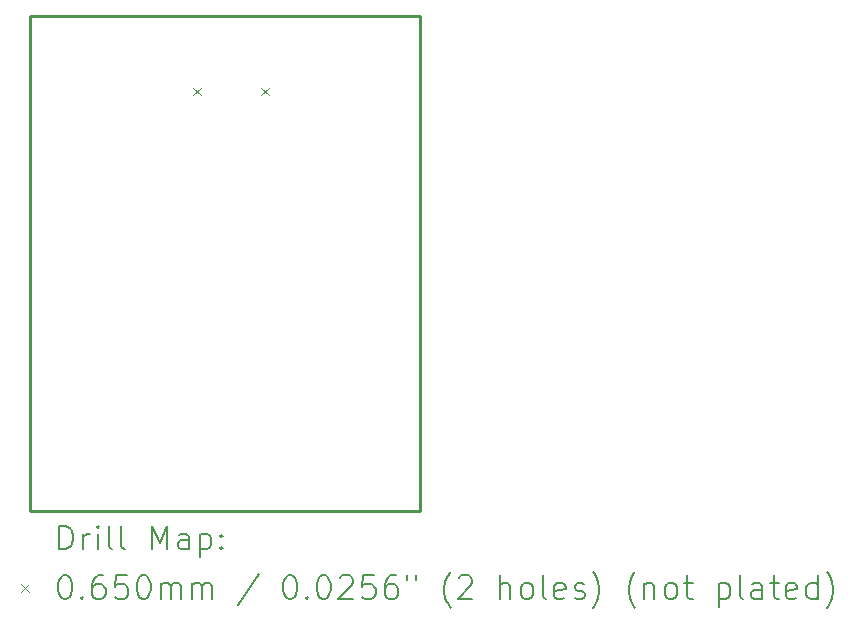
<source format=gbr>
%TF.GenerationSoftware,KiCad,Pcbnew,9.0.4*%
%TF.CreationDate,2025-09-11T17:12:07+01:00*%
%TF.ProjectId,OE PyBoard,4f452050-7942-46f6-9172-642e6b696361,rev?*%
%TF.SameCoordinates,Original*%
%TF.FileFunction,Drillmap*%
%TF.FilePolarity,Positive*%
%FSLAX45Y45*%
G04 Gerber Fmt 4.5, Leading zero omitted, Abs format (unit mm)*
G04 Created by KiCad (PCBNEW 9.0.4) date 2025-09-11 17:12:07*
%MOMM*%
%LPD*%
G01*
G04 APERTURE LIST*
%ADD10C,0.230000*%
%ADD11C,0.200000*%
%ADD12C,0.100000*%
G04 APERTURE END LIST*
D10*
X12573000Y-9423200D02*
X15875000Y-9423200D01*
X15875000Y-13614200D01*
X12573000Y-13614200D01*
X12573000Y-9423200D01*
D11*
D12*
X13953300Y-10028600D02*
X14018300Y-10093600D01*
X14018300Y-10028600D02*
X13953300Y-10093600D01*
X14531300Y-10028600D02*
X14596300Y-10093600D01*
X14596300Y-10028600D02*
X14531300Y-10093600D01*
D11*
X12822277Y-13937184D02*
X12822277Y-13737184D01*
X12822277Y-13737184D02*
X12869896Y-13737184D01*
X12869896Y-13737184D02*
X12898467Y-13746708D01*
X12898467Y-13746708D02*
X12917515Y-13765755D01*
X12917515Y-13765755D02*
X12927039Y-13784803D01*
X12927039Y-13784803D02*
X12936562Y-13822898D01*
X12936562Y-13822898D02*
X12936562Y-13851469D01*
X12936562Y-13851469D02*
X12927039Y-13889565D01*
X12927039Y-13889565D02*
X12917515Y-13908612D01*
X12917515Y-13908612D02*
X12898467Y-13927660D01*
X12898467Y-13927660D02*
X12869896Y-13937184D01*
X12869896Y-13937184D02*
X12822277Y-13937184D01*
X13022277Y-13937184D02*
X13022277Y-13803850D01*
X13022277Y-13841946D02*
X13031801Y-13822898D01*
X13031801Y-13822898D02*
X13041324Y-13813374D01*
X13041324Y-13813374D02*
X13060372Y-13803850D01*
X13060372Y-13803850D02*
X13079420Y-13803850D01*
X13146086Y-13937184D02*
X13146086Y-13803850D01*
X13146086Y-13737184D02*
X13136562Y-13746708D01*
X13136562Y-13746708D02*
X13146086Y-13756231D01*
X13146086Y-13756231D02*
X13155610Y-13746708D01*
X13155610Y-13746708D02*
X13146086Y-13737184D01*
X13146086Y-13737184D02*
X13146086Y-13756231D01*
X13269896Y-13937184D02*
X13250848Y-13927660D01*
X13250848Y-13927660D02*
X13241324Y-13908612D01*
X13241324Y-13908612D02*
X13241324Y-13737184D01*
X13374658Y-13937184D02*
X13355610Y-13927660D01*
X13355610Y-13927660D02*
X13346086Y-13908612D01*
X13346086Y-13908612D02*
X13346086Y-13737184D01*
X13603229Y-13937184D02*
X13603229Y-13737184D01*
X13603229Y-13737184D02*
X13669896Y-13880041D01*
X13669896Y-13880041D02*
X13736562Y-13737184D01*
X13736562Y-13737184D02*
X13736562Y-13937184D01*
X13917515Y-13937184D02*
X13917515Y-13832422D01*
X13917515Y-13832422D02*
X13907991Y-13813374D01*
X13907991Y-13813374D02*
X13888943Y-13803850D01*
X13888943Y-13803850D02*
X13850848Y-13803850D01*
X13850848Y-13803850D02*
X13831801Y-13813374D01*
X13917515Y-13927660D02*
X13898467Y-13937184D01*
X13898467Y-13937184D02*
X13850848Y-13937184D01*
X13850848Y-13937184D02*
X13831801Y-13927660D01*
X13831801Y-13927660D02*
X13822277Y-13908612D01*
X13822277Y-13908612D02*
X13822277Y-13889565D01*
X13822277Y-13889565D02*
X13831801Y-13870517D01*
X13831801Y-13870517D02*
X13850848Y-13860993D01*
X13850848Y-13860993D02*
X13898467Y-13860993D01*
X13898467Y-13860993D02*
X13917515Y-13851469D01*
X14012753Y-13803850D02*
X14012753Y-14003850D01*
X14012753Y-13813374D02*
X14031801Y-13803850D01*
X14031801Y-13803850D02*
X14069896Y-13803850D01*
X14069896Y-13803850D02*
X14088943Y-13813374D01*
X14088943Y-13813374D02*
X14098467Y-13822898D01*
X14098467Y-13822898D02*
X14107991Y-13841946D01*
X14107991Y-13841946D02*
X14107991Y-13899088D01*
X14107991Y-13899088D02*
X14098467Y-13918136D01*
X14098467Y-13918136D02*
X14088943Y-13927660D01*
X14088943Y-13927660D02*
X14069896Y-13937184D01*
X14069896Y-13937184D02*
X14031801Y-13937184D01*
X14031801Y-13937184D02*
X14012753Y-13927660D01*
X14193705Y-13918136D02*
X14203229Y-13927660D01*
X14203229Y-13927660D02*
X14193705Y-13937184D01*
X14193705Y-13937184D02*
X14184182Y-13927660D01*
X14184182Y-13927660D02*
X14193705Y-13918136D01*
X14193705Y-13918136D02*
X14193705Y-13937184D01*
X14193705Y-13813374D02*
X14203229Y-13822898D01*
X14203229Y-13822898D02*
X14193705Y-13832422D01*
X14193705Y-13832422D02*
X14184182Y-13822898D01*
X14184182Y-13822898D02*
X14193705Y-13813374D01*
X14193705Y-13813374D02*
X14193705Y-13832422D01*
D12*
X12496500Y-14233200D02*
X12561500Y-14298200D01*
X12561500Y-14233200D02*
X12496500Y-14298200D01*
D11*
X12860372Y-14157184D02*
X12879420Y-14157184D01*
X12879420Y-14157184D02*
X12898467Y-14166708D01*
X12898467Y-14166708D02*
X12907991Y-14176231D01*
X12907991Y-14176231D02*
X12917515Y-14195279D01*
X12917515Y-14195279D02*
X12927039Y-14233374D01*
X12927039Y-14233374D02*
X12927039Y-14280993D01*
X12927039Y-14280993D02*
X12917515Y-14319088D01*
X12917515Y-14319088D02*
X12907991Y-14338136D01*
X12907991Y-14338136D02*
X12898467Y-14347660D01*
X12898467Y-14347660D02*
X12879420Y-14357184D01*
X12879420Y-14357184D02*
X12860372Y-14357184D01*
X12860372Y-14357184D02*
X12841324Y-14347660D01*
X12841324Y-14347660D02*
X12831801Y-14338136D01*
X12831801Y-14338136D02*
X12822277Y-14319088D01*
X12822277Y-14319088D02*
X12812753Y-14280993D01*
X12812753Y-14280993D02*
X12812753Y-14233374D01*
X12812753Y-14233374D02*
X12822277Y-14195279D01*
X12822277Y-14195279D02*
X12831801Y-14176231D01*
X12831801Y-14176231D02*
X12841324Y-14166708D01*
X12841324Y-14166708D02*
X12860372Y-14157184D01*
X13012753Y-14338136D02*
X13022277Y-14347660D01*
X13022277Y-14347660D02*
X13012753Y-14357184D01*
X13012753Y-14357184D02*
X13003229Y-14347660D01*
X13003229Y-14347660D02*
X13012753Y-14338136D01*
X13012753Y-14338136D02*
X13012753Y-14357184D01*
X13193705Y-14157184D02*
X13155610Y-14157184D01*
X13155610Y-14157184D02*
X13136562Y-14166708D01*
X13136562Y-14166708D02*
X13127039Y-14176231D01*
X13127039Y-14176231D02*
X13107991Y-14204803D01*
X13107991Y-14204803D02*
X13098467Y-14242898D01*
X13098467Y-14242898D02*
X13098467Y-14319088D01*
X13098467Y-14319088D02*
X13107991Y-14338136D01*
X13107991Y-14338136D02*
X13117515Y-14347660D01*
X13117515Y-14347660D02*
X13136562Y-14357184D01*
X13136562Y-14357184D02*
X13174658Y-14357184D01*
X13174658Y-14357184D02*
X13193705Y-14347660D01*
X13193705Y-14347660D02*
X13203229Y-14338136D01*
X13203229Y-14338136D02*
X13212753Y-14319088D01*
X13212753Y-14319088D02*
X13212753Y-14271469D01*
X13212753Y-14271469D02*
X13203229Y-14252422D01*
X13203229Y-14252422D02*
X13193705Y-14242898D01*
X13193705Y-14242898D02*
X13174658Y-14233374D01*
X13174658Y-14233374D02*
X13136562Y-14233374D01*
X13136562Y-14233374D02*
X13117515Y-14242898D01*
X13117515Y-14242898D02*
X13107991Y-14252422D01*
X13107991Y-14252422D02*
X13098467Y-14271469D01*
X13393705Y-14157184D02*
X13298467Y-14157184D01*
X13298467Y-14157184D02*
X13288943Y-14252422D01*
X13288943Y-14252422D02*
X13298467Y-14242898D01*
X13298467Y-14242898D02*
X13317515Y-14233374D01*
X13317515Y-14233374D02*
X13365134Y-14233374D01*
X13365134Y-14233374D02*
X13384182Y-14242898D01*
X13384182Y-14242898D02*
X13393705Y-14252422D01*
X13393705Y-14252422D02*
X13403229Y-14271469D01*
X13403229Y-14271469D02*
X13403229Y-14319088D01*
X13403229Y-14319088D02*
X13393705Y-14338136D01*
X13393705Y-14338136D02*
X13384182Y-14347660D01*
X13384182Y-14347660D02*
X13365134Y-14357184D01*
X13365134Y-14357184D02*
X13317515Y-14357184D01*
X13317515Y-14357184D02*
X13298467Y-14347660D01*
X13298467Y-14347660D02*
X13288943Y-14338136D01*
X13527039Y-14157184D02*
X13546086Y-14157184D01*
X13546086Y-14157184D02*
X13565134Y-14166708D01*
X13565134Y-14166708D02*
X13574658Y-14176231D01*
X13574658Y-14176231D02*
X13584182Y-14195279D01*
X13584182Y-14195279D02*
X13593705Y-14233374D01*
X13593705Y-14233374D02*
X13593705Y-14280993D01*
X13593705Y-14280993D02*
X13584182Y-14319088D01*
X13584182Y-14319088D02*
X13574658Y-14338136D01*
X13574658Y-14338136D02*
X13565134Y-14347660D01*
X13565134Y-14347660D02*
X13546086Y-14357184D01*
X13546086Y-14357184D02*
X13527039Y-14357184D01*
X13527039Y-14357184D02*
X13507991Y-14347660D01*
X13507991Y-14347660D02*
X13498467Y-14338136D01*
X13498467Y-14338136D02*
X13488943Y-14319088D01*
X13488943Y-14319088D02*
X13479420Y-14280993D01*
X13479420Y-14280993D02*
X13479420Y-14233374D01*
X13479420Y-14233374D02*
X13488943Y-14195279D01*
X13488943Y-14195279D02*
X13498467Y-14176231D01*
X13498467Y-14176231D02*
X13507991Y-14166708D01*
X13507991Y-14166708D02*
X13527039Y-14157184D01*
X13679420Y-14357184D02*
X13679420Y-14223850D01*
X13679420Y-14242898D02*
X13688943Y-14233374D01*
X13688943Y-14233374D02*
X13707991Y-14223850D01*
X13707991Y-14223850D02*
X13736563Y-14223850D01*
X13736563Y-14223850D02*
X13755610Y-14233374D01*
X13755610Y-14233374D02*
X13765134Y-14252422D01*
X13765134Y-14252422D02*
X13765134Y-14357184D01*
X13765134Y-14252422D02*
X13774658Y-14233374D01*
X13774658Y-14233374D02*
X13793705Y-14223850D01*
X13793705Y-14223850D02*
X13822277Y-14223850D01*
X13822277Y-14223850D02*
X13841324Y-14233374D01*
X13841324Y-14233374D02*
X13850848Y-14252422D01*
X13850848Y-14252422D02*
X13850848Y-14357184D01*
X13946086Y-14357184D02*
X13946086Y-14223850D01*
X13946086Y-14242898D02*
X13955610Y-14233374D01*
X13955610Y-14233374D02*
X13974658Y-14223850D01*
X13974658Y-14223850D02*
X14003229Y-14223850D01*
X14003229Y-14223850D02*
X14022277Y-14233374D01*
X14022277Y-14233374D02*
X14031801Y-14252422D01*
X14031801Y-14252422D02*
X14031801Y-14357184D01*
X14031801Y-14252422D02*
X14041324Y-14233374D01*
X14041324Y-14233374D02*
X14060372Y-14223850D01*
X14060372Y-14223850D02*
X14088943Y-14223850D01*
X14088943Y-14223850D02*
X14107991Y-14233374D01*
X14107991Y-14233374D02*
X14117515Y-14252422D01*
X14117515Y-14252422D02*
X14117515Y-14357184D01*
X14507991Y-14147660D02*
X14336563Y-14404803D01*
X14765134Y-14157184D02*
X14784182Y-14157184D01*
X14784182Y-14157184D02*
X14803229Y-14166708D01*
X14803229Y-14166708D02*
X14812753Y-14176231D01*
X14812753Y-14176231D02*
X14822277Y-14195279D01*
X14822277Y-14195279D02*
X14831801Y-14233374D01*
X14831801Y-14233374D02*
X14831801Y-14280993D01*
X14831801Y-14280993D02*
X14822277Y-14319088D01*
X14822277Y-14319088D02*
X14812753Y-14338136D01*
X14812753Y-14338136D02*
X14803229Y-14347660D01*
X14803229Y-14347660D02*
X14784182Y-14357184D01*
X14784182Y-14357184D02*
X14765134Y-14357184D01*
X14765134Y-14357184D02*
X14746086Y-14347660D01*
X14746086Y-14347660D02*
X14736563Y-14338136D01*
X14736563Y-14338136D02*
X14727039Y-14319088D01*
X14727039Y-14319088D02*
X14717515Y-14280993D01*
X14717515Y-14280993D02*
X14717515Y-14233374D01*
X14717515Y-14233374D02*
X14727039Y-14195279D01*
X14727039Y-14195279D02*
X14736563Y-14176231D01*
X14736563Y-14176231D02*
X14746086Y-14166708D01*
X14746086Y-14166708D02*
X14765134Y-14157184D01*
X14917515Y-14338136D02*
X14927039Y-14347660D01*
X14927039Y-14347660D02*
X14917515Y-14357184D01*
X14917515Y-14357184D02*
X14907991Y-14347660D01*
X14907991Y-14347660D02*
X14917515Y-14338136D01*
X14917515Y-14338136D02*
X14917515Y-14357184D01*
X15050848Y-14157184D02*
X15069896Y-14157184D01*
X15069896Y-14157184D02*
X15088944Y-14166708D01*
X15088944Y-14166708D02*
X15098467Y-14176231D01*
X15098467Y-14176231D02*
X15107991Y-14195279D01*
X15107991Y-14195279D02*
X15117515Y-14233374D01*
X15117515Y-14233374D02*
X15117515Y-14280993D01*
X15117515Y-14280993D02*
X15107991Y-14319088D01*
X15107991Y-14319088D02*
X15098467Y-14338136D01*
X15098467Y-14338136D02*
X15088944Y-14347660D01*
X15088944Y-14347660D02*
X15069896Y-14357184D01*
X15069896Y-14357184D02*
X15050848Y-14357184D01*
X15050848Y-14357184D02*
X15031801Y-14347660D01*
X15031801Y-14347660D02*
X15022277Y-14338136D01*
X15022277Y-14338136D02*
X15012753Y-14319088D01*
X15012753Y-14319088D02*
X15003229Y-14280993D01*
X15003229Y-14280993D02*
X15003229Y-14233374D01*
X15003229Y-14233374D02*
X15012753Y-14195279D01*
X15012753Y-14195279D02*
X15022277Y-14176231D01*
X15022277Y-14176231D02*
X15031801Y-14166708D01*
X15031801Y-14166708D02*
X15050848Y-14157184D01*
X15193706Y-14176231D02*
X15203229Y-14166708D01*
X15203229Y-14166708D02*
X15222277Y-14157184D01*
X15222277Y-14157184D02*
X15269896Y-14157184D01*
X15269896Y-14157184D02*
X15288944Y-14166708D01*
X15288944Y-14166708D02*
X15298467Y-14176231D01*
X15298467Y-14176231D02*
X15307991Y-14195279D01*
X15307991Y-14195279D02*
X15307991Y-14214327D01*
X15307991Y-14214327D02*
X15298467Y-14242898D01*
X15298467Y-14242898D02*
X15184182Y-14357184D01*
X15184182Y-14357184D02*
X15307991Y-14357184D01*
X15488944Y-14157184D02*
X15393706Y-14157184D01*
X15393706Y-14157184D02*
X15384182Y-14252422D01*
X15384182Y-14252422D02*
X15393706Y-14242898D01*
X15393706Y-14242898D02*
X15412753Y-14233374D01*
X15412753Y-14233374D02*
X15460372Y-14233374D01*
X15460372Y-14233374D02*
X15479420Y-14242898D01*
X15479420Y-14242898D02*
X15488944Y-14252422D01*
X15488944Y-14252422D02*
X15498467Y-14271469D01*
X15498467Y-14271469D02*
X15498467Y-14319088D01*
X15498467Y-14319088D02*
X15488944Y-14338136D01*
X15488944Y-14338136D02*
X15479420Y-14347660D01*
X15479420Y-14347660D02*
X15460372Y-14357184D01*
X15460372Y-14357184D02*
X15412753Y-14357184D01*
X15412753Y-14357184D02*
X15393706Y-14347660D01*
X15393706Y-14347660D02*
X15384182Y-14338136D01*
X15669896Y-14157184D02*
X15631801Y-14157184D01*
X15631801Y-14157184D02*
X15612753Y-14166708D01*
X15612753Y-14166708D02*
X15603229Y-14176231D01*
X15603229Y-14176231D02*
X15584182Y-14204803D01*
X15584182Y-14204803D02*
X15574658Y-14242898D01*
X15574658Y-14242898D02*
X15574658Y-14319088D01*
X15574658Y-14319088D02*
X15584182Y-14338136D01*
X15584182Y-14338136D02*
X15593706Y-14347660D01*
X15593706Y-14347660D02*
X15612753Y-14357184D01*
X15612753Y-14357184D02*
X15650848Y-14357184D01*
X15650848Y-14357184D02*
X15669896Y-14347660D01*
X15669896Y-14347660D02*
X15679420Y-14338136D01*
X15679420Y-14338136D02*
X15688944Y-14319088D01*
X15688944Y-14319088D02*
X15688944Y-14271469D01*
X15688944Y-14271469D02*
X15679420Y-14252422D01*
X15679420Y-14252422D02*
X15669896Y-14242898D01*
X15669896Y-14242898D02*
X15650848Y-14233374D01*
X15650848Y-14233374D02*
X15612753Y-14233374D01*
X15612753Y-14233374D02*
X15593706Y-14242898D01*
X15593706Y-14242898D02*
X15584182Y-14252422D01*
X15584182Y-14252422D02*
X15574658Y-14271469D01*
X15765134Y-14157184D02*
X15765134Y-14195279D01*
X15841325Y-14157184D02*
X15841325Y-14195279D01*
X16136563Y-14433374D02*
X16127039Y-14423850D01*
X16127039Y-14423850D02*
X16107991Y-14395279D01*
X16107991Y-14395279D02*
X16098468Y-14376231D01*
X16098468Y-14376231D02*
X16088944Y-14347660D01*
X16088944Y-14347660D02*
X16079420Y-14300041D01*
X16079420Y-14300041D02*
X16079420Y-14261946D01*
X16079420Y-14261946D02*
X16088944Y-14214327D01*
X16088944Y-14214327D02*
X16098468Y-14185755D01*
X16098468Y-14185755D02*
X16107991Y-14166708D01*
X16107991Y-14166708D02*
X16127039Y-14138136D01*
X16127039Y-14138136D02*
X16136563Y-14128612D01*
X16203229Y-14176231D02*
X16212753Y-14166708D01*
X16212753Y-14166708D02*
X16231801Y-14157184D01*
X16231801Y-14157184D02*
X16279420Y-14157184D01*
X16279420Y-14157184D02*
X16298468Y-14166708D01*
X16298468Y-14166708D02*
X16307991Y-14176231D01*
X16307991Y-14176231D02*
X16317515Y-14195279D01*
X16317515Y-14195279D02*
X16317515Y-14214327D01*
X16317515Y-14214327D02*
X16307991Y-14242898D01*
X16307991Y-14242898D02*
X16193706Y-14357184D01*
X16193706Y-14357184D02*
X16317515Y-14357184D01*
X16555610Y-14357184D02*
X16555610Y-14157184D01*
X16641325Y-14357184D02*
X16641325Y-14252422D01*
X16641325Y-14252422D02*
X16631801Y-14233374D01*
X16631801Y-14233374D02*
X16612753Y-14223850D01*
X16612753Y-14223850D02*
X16584182Y-14223850D01*
X16584182Y-14223850D02*
X16565134Y-14233374D01*
X16565134Y-14233374D02*
X16555610Y-14242898D01*
X16765134Y-14357184D02*
X16746087Y-14347660D01*
X16746087Y-14347660D02*
X16736563Y-14338136D01*
X16736563Y-14338136D02*
X16727039Y-14319088D01*
X16727039Y-14319088D02*
X16727039Y-14261946D01*
X16727039Y-14261946D02*
X16736563Y-14242898D01*
X16736563Y-14242898D02*
X16746087Y-14233374D01*
X16746087Y-14233374D02*
X16765134Y-14223850D01*
X16765134Y-14223850D02*
X16793706Y-14223850D01*
X16793706Y-14223850D02*
X16812753Y-14233374D01*
X16812753Y-14233374D02*
X16822277Y-14242898D01*
X16822277Y-14242898D02*
X16831801Y-14261946D01*
X16831801Y-14261946D02*
X16831801Y-14319088D01*
X16831801Y-14319088D02*
X16822277Y-14338136D01*
X16822277Y-14338136D02*
X16812753Y-14347660D01*
X16812753Y-14347660D02*
X16793706Y-14357184D01*
X16793706Y-14357184D02*
X16765134Y-14357184D01*
X16946087Y-14357184D02*
X16927039Y-14347660D01*
X16927039Y-14347660D02*
X16917515Y-14328612D01*
X16917515Y-14328612D02*
X16917515Y-14157184D01*
X17098468Y-14347660D02*
X17079420Y-14357184D01*
X17079420Y-14357184D02*
X17041325Y-14357184D01*
X17041325Y-14357184D02*
X17022277Y-14347660D01*
X17022277Y-14347660D02*
X17012753Y-14328612D01*
X17012753Y-14328612D02*
X17012753Y-14252422D01*
X17012753Y-14252422D02*
X17022277Y-14233374D01*
X17022277Y-14233374D02*
X17041325Y-14223850D01*
X17041325Y-14223850D02*
X17079420Y-14223850D01*
X17079420Y-14223850D02*
X17098468Y-14233374D01*
X17098468Y-14233374D02*
X17107992Y-14252422D01*
X17107992Y-14252422D02*
X17107992Y-14271469D01*
X17107992Y-14271469D02*
X17012753Y-14290517D01*
X17184182Y-14347660D02*
X17203230Y-14357184D01*
X17203230Y-14357184D02*
X17241325Y-14357184D01*
X17241325Y-14357184D02*
X17260373Y-14347660D01*
X17260373Y-14347660D02*
X17269896Y-14328612D01*
X17269896Y-14328612D02*
X17269896Y-14319088D01*
X17269896Y-14319088D02*
X17260373Y-14300041D01*
X17260373Y-14300041D02*
X17241325Y-14290517D01*
X17241325Y-14290517D02*
X17212753Y-14290517D01*
X17212753Y-14290517D02*
X17193706Y-14280993D01*
X17193706Y-14280993D02*
X17184182Y-14261946D01*
X17184182Y-14261946D02*
X17184182Y-14252422D01*
X17184182Y-14252422D02*
X17193706Y-14233374D01*
X17193706Y-14233374D02*
X17212753Y-14223850D01*
X17212753Y-14223850D02*
X17241325Y-14223850D01*
X17241325Y-14223850D02*
X17260373Y-14233374D01*
X17336563Y-14433374D02*
X17346087Y-14423850D01*
X17346087Y-14423850D02*
X17365134Y-14395279D01*
X17365134Y-14395279D02*
X17374658Y-14376231D01*
X17374658Y-14376231D02*
X17384182Y-14347660D01*
X17384182Y-14347660D02*
X17393706Y-14300041D01*
X17393706Y-14300041D02*
X17393706Y-14261946D01*
X17393706Y-14261946D02*
X17384182Y-14214327D01*
X17384182Y-14214327D02*
X17374658Y-14185755D01*
X17374658Y-14185755D02*
X17365134Y-14166708D01*
X17365134Y-14166708D02*
X17346087Y-14138136D01*
X17346087Y-14138136D02*
X17336563Y-14128612D01*
X17698468Y-14433374D02*
X17688944Y-14423850D01*
X17688944Y-14423850D02*
X17669896Y-14395279D01*
X17669896Y-14395279D02*
X17660373Y-14376231D01*
X17660373Y-14376231D02*
X17650849Y-14347660D01*
X17650849Y-14347660D02*
X17641325Y-14300041D01*
X17641325Y-14300041D02*
X17641325Y-14261946D01*
X17641325Y-14261946D02*
X17650849Y-14214327D01*
X17650849Y-14214327D02*
X17660373Y-14185755D01*
X17660373Y-14185755D02*
X17669896Y-14166708D01*
X17669896Y-14166708D02*
X17688944Y-14138136D01*
X17688944Y-14138136D02*
X17698468Y-14128612D01*
X17774658Y-14223850D02*
X17774658Y-14357184D01*
X17774658Y-14242898D02*
X17784182Y-14233374D01*
X17784182Y-14233374D02*
X17803230Y-14223850D01*
X17803230Y-14223850D02*
X17831801Y-14223850D01*
X17831801Y-14223850D02*
X17850849Y-14233374D01*
X17850849Y-14233374D02*
X17860373Y-14252422D01*
X17860373Y-14252422D02*
X17860373Y-14357184D01*
X17984182Y-14357184D02*
X17965134Y-14347660D01*
X17965134Y-14347660D02*
X17955611Y-14338136D01*
X17955611Y-14338136D02*
X17946087Y-14319088D01*
X17946087Y-14319088D02*
X17946087Y-14261946D01*
X17946087Y-14261946D02*
X17955611Y-14242898D01*
X17955611Y-14242898D02*
X17965134Y-14233374D01*
X17965134Y-14233374D02*
X17984182Y-14223850D01*
X17984182Y-14223850D02*
X18012754Y-14223850D01*
X18012754Y-14223850D02*
X18031801Y-14233374D01*
X18031801Y-14233374D02*
X18041325Y-14242898D01*
X18041325Y-14242898D02*
X18050849Y-14261946D01*
X18050849Y-14261946D02*
X18050849Y-14319088D01*
X18050849Y-14319088D02*
X18041325Y-14338136D01*
X18041325Y-14338136D02*
X18031801Y-14347660D01*
X18031801Y-14347660D02*
X18012754Y-14357184D01*
X18012754Y-14357184D02*
X17984182Y-14357184D01*
X18107992Y-14223850D02*
X18184182Y-14223850D01*
X18136563Y-14157184D02*
X18136563Y-14328612D01*
X18136563Y-14328612D02*
X18146087Y-14347660D01*
X18146087Y-14347660D02*
X18165134Y-14357184D01*
X18165134Y-14357184D02*
X18184182Y-14357184D01*
X18403230Y-14223850D02*
X18403230Y-14423850D01*
X18403230Y-14233374D02*
X18422277Y-14223850D01*
X18422277Y-14223850D02*
X18460373Y-14223850D01*
X18460373Y-14223850D02*
X18479420Y-14233374D01*
X18479420Y-14233374D02*
X18488944Y-14242898D01*
X18488944Y-14242898D02*
X18498468Y-14261946D01*
X18498468Y-14261946D02*
X18498468Y-14319088D01*
X18498468Y-14319088D02*
X18488944Y-14338136D01*
X18488944Y-14338136D02*
X18479420Y-14347660D01*
X18479420Y-14347660D02*
X18460373Y-14357184D01*
X18460373Y-14357184D02*
X18422277Y-14357184D01*
X18422277Y-14357184D02*
X18403230Y-14347660D01*
X18612754Y-14357184D02*
X18593706Y-14347660D01*
X18593706Y-14347660D02*
X18584182Y-14328612D01*
X18584182Y-14328612D02*
X18584182Y-14157184D01*
X18774658Y-14357184D02*
X18774658Y-14252422D01*
X18774658Y-14252422D02*
X18765135Y-14233374D01*
X18765135Y-14233374D02*
X18746087Y-14223850D01*
X18746087Y-14223850D02*
X18707992Y-14223850D01*
X18707992Y-14223850D02*
X18688944Y-14233374D01*
X18774658Y-14347660D02*
X18755611Y-14357184D01*
X18755611Y-14357184D02*
X18707992Y-14357184D01*
X18707992Y-14357184D02*
X18688944Y-14347660D01*
X18688944Y-14347660D02*
X18679420Y-14328612D01*
X18679420Y-14328612D02*
X18679420Y-14309565D01*
X18679420Y-14309565D02*
X18688944Y-14290517D01*
X18688944Y-14290517D02*
X18707992Y-14280993D01*
X18707992Y-14280993D02*
X18755611Y-14280993D01*
X18755611Y-14280993D02*
X18774658Y-14271469D01*
X18841325Y-14223850D02*
X18917515Y-14223850D01*
X18869896Y-14157184D02*
X18869896Y-14328612D01*
X18869896Y-14328612D02*
X18879420Y-14347660D01*
X18879420Y-14347660D02*
X18898468Y-14357184D01*
X18898468Y-14357184D02*
X18917515Y-14357184D01*
X19060373Y-14347660D02*
X19041325Y-14357184D01*
X19041325Y-14357184D02*
X19003230Y-14357184D01*
X19003230Y-14357184D02*
X18984182Y-14347660D01*
X18984182Y-14347660D02*
X18974658Y-14328612D01*
X18974658Y-14328612D02*
X18974658Y-14252422D01*
X18974658Y-14252422D02*
X18984182Y-14233374D01*
X18984182Y-14233374D02*
X19003230Y-14223850D01*
X19003230Y-14223850D02*
X19041325Y-14223850D01*
X19041325Y-14223850D02*
X19060373Y-14233374D01*
X19060373Y-14233374D02*
X19069896Y-14252422D01*
X19069896Y-14252422D02*
X19069896Y-14271469D01*
X19069896Y-14271469D02*
X18974658Y-14290517D01*
X19241325Y-14357184D02*
X19241325Y-14157184D01*
X19241325Y-14347660D02*
X19222277Y-14357184D01*
X19222277Y-14357184D02*
X19184182Y-14357184D01*
X19184182Y-14357184D02*
X19165135Y-14347660D01*
X19165135Y-14347660D02*
X19155611Y-14338136D01*
X19155611Y-14338136D02*
X19146087Y-14319088D01*
X19146087Y-14319088D02*
X19146087Y-14261946D01*
X19146087Y-14261946D02*
X19155611Y-14242898D01*
X19155611Y-14242898D02*
X19165135Y-14233374D01*
X19165135Y-14233374D02*
X19184182Y-14223850D01*
X19184182Y-14223850D02*
X19222277Y-14223850D01*
X19222277Y-14223850D02*
X19241325Y-14233374D01*
X19317516Y-14433374D02*
X19327039Y-14423850D01*
X19327039Y-14423850D02*
X19346087Y-14395279D01*
X19346087Y-14395279D02*
X19355611Y-14376231D01*
X19355611Y-14376231D02*
X19365135Y-14347660D01*
X19365135Y-14347660D02*
X19374658Y-14300041D01*
X19374658Y-14300041D02*
X19374658Y-14261946D01*
X19374658Y-14261946D02*
X19365135Y-14214327D01*
X19365135Y-14214327D02*
X19355611Y-14185755D01*
X19355611Y-14185755D02*
X19346087Y-14166708D01*
X19346087Y-14166708D02*
X19327039Y-14138136D01*
X19327039Y-14138136D02*
X19317516Y-14128612D01*
M02*

</source>
